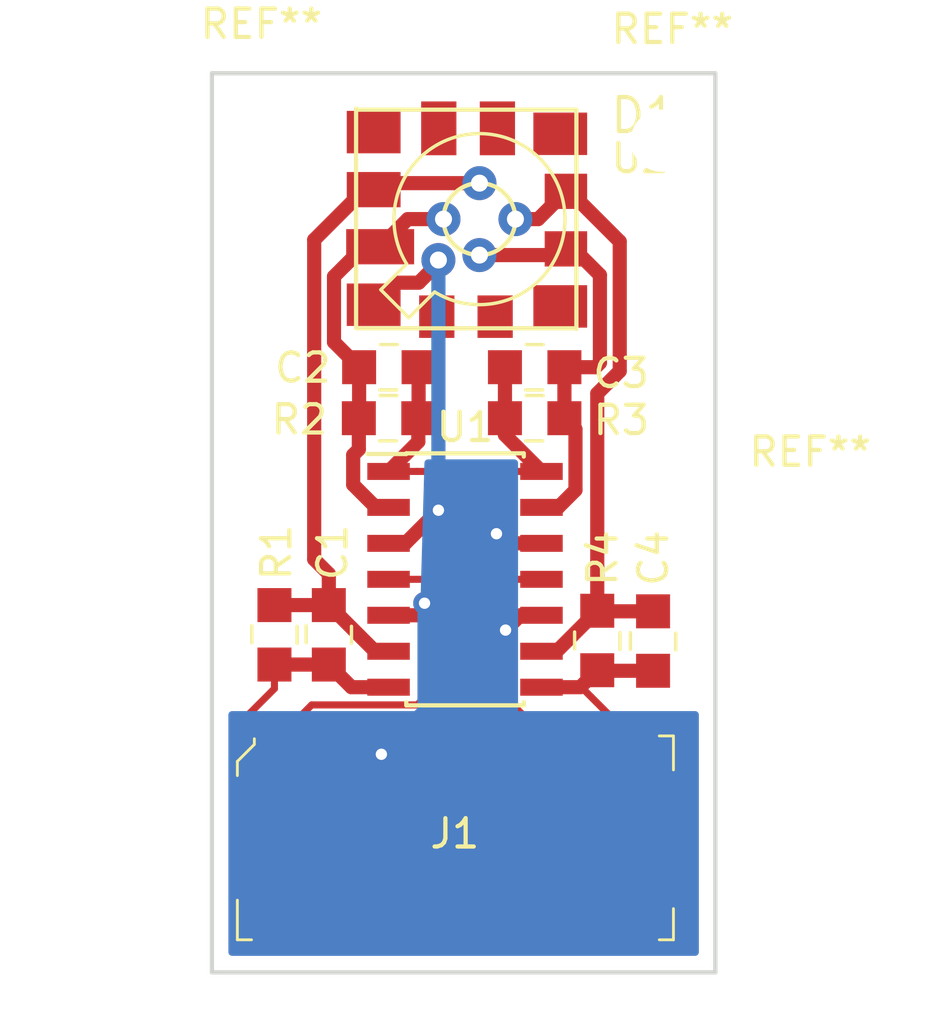
<source format=kicad_pcb>
(kicad_pcb (version 20171130) (host pcbnew 5.0.0-fee4fd1~65~ubuntu16.04.1)

  (general
    (thickness 1.6)
    (drawings 4)
    (tracks 137)
    (zones 0)
    (modules 15)
    (nets 12)
  )

  (page A4)
  (layers
    (0 F.Cu signal)
    (31 B.Cu signal)
    (32 B.Adhes user)
    (33 F.Adhes user)
    (34 B.Paste user)
    (35 F.Paste user)
    (36 B.SilkS user)
    (37 F.SilkS user)
    (38 B.Mask user)
    (39 F.Mask user hide)
    (40 Dwgs.User user)
    (41 Cmts.User user)
    (42 Eco1.User user)
    (43 Eco2.User user)
    (44 Edge.Cuts user)
    (45 Margin user)
    (46 B.CrtYd user)
    (47 F.CrtYd user)
    (48 B.Fab user)
    (49 F.Fab user)
  )

  (setup
    (last_trace_width 0.25)
    (trace_clearance 0.2)
    (zone_clearance 0.508)
    (zone_45_only no)
    (trace_min 0.2)
    (segment_width 0.2)
    (edge_width 0.15)
    (via_size 0.8)
    (via_drill 0.4)
    (via_min_size 0.4)
    (via_min_drill 0.3)
    (uvia_size 0.3)
    (uvia_drill 0.1)
    (uvias_allowed no)
    (uvia_min_size 0.2)
    (uvia_min_drill 0.1)
    (pcb_text_width 0.3)
    (pcb_text_size 1.5 1.5)
    (mod_edge_width 0.15)
    (mod_text_size 1 1)
    (mod_text_width 0.15)
    (pad_size 2.2 2.2)
    (pad_drill 2.2)
    (pad_to_mask_clearance 0.2)
    (aux_axis_origin 0 0)
    (visible_elements FFFFFF7F)
    (pcbplotparams
      (layerselection 0x010fc_ffffffff)
      (usegerberextensions false)
      (usegerberattributes false)
      (usegerberadvancedattributes false)
      (creategerberjobfile false)
      (excludeedgelayer true)
      (linewidth 0.100000)
      (plotframeref false)
      (viasonmask false)
      (mode 1)
      (useauxorigin false)
      (hpglpennumber 1)
      (hpglpenspeed 20)
      (hpglpendiameter 15.000000)
      (psnegative false)
      (psa4output false)
      (plotreference true)
      (plotvalue true)
      (plotinvisibletext false)
      (padsonsilk false)
      (subtractmaskfromsilk false)
      (outputformat 1)
      (mirror false)
      (drillshape 0)
      (scaleselection 1)
      (outputdirectory "beetrax-gerber/"))
  )

  (net 0 "")
  (net 1 GND)
  (net 2 VSS)
  (net 3 VCC)
  (net 4 "Net-(C1-Pad2)")
  (net 5 "Net-(C1-Pad1)")
  (net 6 "Net-(C2-Pad1)")
  (net 7 "Net-(C2-Pad2)")
  (net 8 "Net-(C3-Pad1)")
  (net 9 "Net-(C3-Pad2)")
  (net 10 "Net-(C4-Pad2)")
  (net 11 "Net-(C4-Pad1)")

  (net_class Default "This is the default net class."
    (clearance 0.2)
    (trace_width 0.25)
    (via_dia 0.8)
    (via_drill 0.4)
    (uvia_dia 0.3)
    (uvia_drill 0.1)
    (add_net GND)
    (add_net "Net-(C1-Pad1)")
    (add_net "Net-(C1-Pad2)")
    (add_net "Net-(C2-Pad1)")
    (add_net "Net-(C2-Pad2)")
    (add_net "Net-(C3-Pad1)")
    (add_net "Net-(C3-Pad2)")
    (add_net "Net-(C4-Pad1)")
    (add_net "Net-(C4-Pad2)")
    (add_net VCC)
    (add_net VSS)
  )

  (module Package_SO:SOIC-14_3.9x8.7mm_P1.27mm (layer F.Cu) (tedit 5A02F2D3) (tstamp 5B6566D9)
    (at 144.94 131.49)
    (descr "14-Lead Plastic Small Outline (SL) - Narrow, 3.90 mm Body [SOIC] (see Microchip Packaging Specification 00000049BS.pdf)")
    (tags "SOIC 1.27")
    (path /5B6077C0)
    (attr smd)
    (fp_text reference U1 (at 0 -5.375) (layer F.SilkS)
      (effects (font (size 1 1) (thickness 0.15)))
    )
    (fp_text value LT1885 (at 0 5.375) (layer F.Fab)
      (effects (font (size 1 1) (thickness 0.15)))
    )
    (fp_line (start -2.075 -4.425) (end -3.45 -4.425) (layer F.SilkS) (width 0.15))
    (fp_line (start -2.075 4.45) (end 2.075 4.45) (layer F.SilkS) (width 0.15))
    (fp_line (start -2.075 -4.45) (end 2.075 -4.45) (layer F.SilkS) (width 0.15))
    (fp_line (start -2.075 4.45) (end -2.075 4.335) (layer F.SilkS) (width 0.15))
    (fp_line (start 2.075 4.45) (end 2.075 4.335) (layer F.SilkS) (width 0.15))
    (fp_line (start 2.075 -4.45) (end 2.075 -4.335) (layer F.SilkS) (width 0.15))
    (fp_line (start -2.075 -4.45) (end -2.075 -4.425) (layer F.SilkS) (width 0.15))
    (fp_line (start -3.7 4.65) (end 3.7 4.65) (layer F.CrtYd) (width 0.05))
    (fp_line (start -3.7 -4.65) (end 3.7 -4.65) (layer F.CrtYd) (width 0.05))
    (fp_line (start 3.7 -4.65) (end 3.7 4.65) (layer F.CrtYd) (width 0.05))
    (fp_line (start -3.7 -4.65) (end -3.7 4.65) (layer F.CrtYd) (width 0.05))
    (fp_line (start -1.95 -3.35) (end -0.95 -4.35) (layer F.Fab) (width 0.15))
    (fp_line (start -1.95 4.35) (end -1.95 -3.35) (layer F.Fab) (width 0.15))
    (fp_line (start 1.95 4.35) (end -1.95 4.35) (layer F.Fab) (width 0.15))
    (fp_line (start 1.95 -4.35) (end 1.95 4.35) (layer F.Fab) (width 0.15))
    (fp_line (start -0.95 -4.35) (end 1.95 -4.35) (layer F.Fab) (width 0.15))
    (fp_text user %R (at 0 0) (layer F.Fab)
      (effects (font (size 0.9 0.9) (thickness 0.135)))
    )
    (pad 14 smd rect (at 2.7 -3.81) (size 1.5 0.6) (layers F.Cu F.Paste F.Mask)
      (net 8 "Net-(C3-Pad1)"))
    (pad 13 smd rect (at 2.7 -2.54) (size 1.5 0.6) (layers F.Cu F.Paste F.Mask)
      (net 9 "Net-(C3-Pad2)"))
    (pad 12 smd rect (at 2.7 -1.27) (size 1.5 0.6) (layers F.Cu F.Paste F.Mask)
      (net 1 GND))
    (pad 11 smd rect (at 2.7 0) (size 1.5 0.6) (layers F.Cu F.Paste F.Mask)
      (net 2 VSS))
    (pad 10 smd rect (at 2.7 1.27) (size 1.5 0.6) (layers F.Cu F.Paste F.Mask)
      (net 1 GND))
    (pad 9 smd rect (at 2.7 2.54) (size 1.5 0.6) (layers F.Cu F.Paste F.Mask)
      (net 10 "Net-(C4-Pad2)"))
    (pad 8 smd rect (at 2.7 3.81) (size 1.5 0.6) (layers F.Cu F.Paste F.Mask)
      (net 11 "Net-(C4-Pad1)"))
    (pad 7 smd rect (at -2.7 3.81) (size 1.5 0.6) (layers F.Cu F.Paste F.Mask)
      (net 4 "Net-(C1-Pad2)"))
    (pad 6 smd rect (at -2.7 2.54) (size 1.5 0.6) (layers F.Cu F.Paste F.Mask)
      (net 5 "Net-(C1-Pad1)"))
    (pad 5 smd rect (at -2.7 1.27) (size 1.5 0.6) (layers F.Cu F.Paste F.Mask)
      (net 1 GND))
    (pad 4 smd rect (at -2.7 0) (size 1.5 0.6) (layers F.Cu F.Paste F.Mask)
      (net 3 VCC))
    (pad 3 smd rect (at -2.7 -1.27) (size 1.5 0.6) (layers F.Cu F.Paste F.Mask)
      (net 1 GND))
    (pad 2 smd rect (at -2.7 -2.54) (size 1.5 0.6) (layers F.Cu F.Paste F.Mask)
      (net 6 "Net-(C2-Pad1)"))
    (pad 1 smd rect (at -2.7 -3.81) (size 1.5 0.6) (layers F.Cu F.Paste F.Mask)
      (net 7 "Net-(C2-Pad2)"))
    (model ${KISYS3DMOD}/Package_SO.3dshapes/SOIC-14_3.9x8.7mm_P1.27mm.wrl
      (at (xyz 0 0 0))
      (scale (xyz 1 1 1))
      (rotate (xyz 0 0 0))
    )
  )

  (module beetrax-footprints:OPR5911 (layer F.Cu) (tedit 5B62E19E) (tstamp 5B656730)
    (at 148.7932 117.1448 270)
    (path /5B607681)
    (fp_text reference D1 (at -2.0348 -2.4668) (layer F.SilkS)
      (effects (font (size 1.2 1.2) (thickness 0.15)))
    )
    (fp_text value OPR5911 (at 1.66 4.19 270) (layer F.Fab)
      (effects (font (size 1.2 1.2) (thickness 0.15)))
    )
    (fp_line (start -2.24 -0.08) (end 5.507 -0.08) (layer F.SilkS) (width 0.15))
    (fp_line (start -2.28 7.7) (end 5.467 7.7) (layer F.SilkS) (width 0.15))
    (fp_line (start -2.24 -0.06) (end -2.24 7.687) (layer F.SilkS) (width 0.15))
    (fp_line (start 5.48 -0.06) (end 5.48 7.687) (layer F.SilkS) (width 0.15))
    (pad 2 smd rect (at 4.648 7.08 270) (size 1.4986 1.9) (layers F.Cu F.Paste F.Mask)
      (net 1 GND))
    (pad 5 smd rect (at 4.708 0.49 270) (size 1.4986 1.9) (layers F.Cu F.Paste F.Mask))
    (pad 1 smd rect (at 2.6 6.85 270) (size 1.2446 2.4) (layers F.Cu F.Paste F.Mask)
      (net 6 "Net-(C2-Pad1)"))
    (pad 6 smd rect (at 2.676 0.29 270) (size 1.2446 1.5) (layers F.Cu F.Paste F.Mask)
      (net 9 "Net-(C3-Pad2)"))
    (pad 12 smd rect (at 0.584 7.08 270) (size 1.2446 1.9) (layers F.Cu F.Paste F.Mask)
      (net 5 "Net-(C1-Pad1)"))
    (pad 7 smd rect (at 0.644 0.29 270) (size 1.2446 1.5) (layers F.Cu F.Paste F.Mask)
      (net 10 "Net-(C4-Pad2)"))
    (pad 11 smd rect (at -1.448 7.08 270) (size 1.4986 1.9) (layers F.Cu F.Paste F.Mask))
    (pad 8 smd rect (at -1.388 0.49 270) (size 1.4986 1.9) (layers F.Cu F.Paste F.Mask))
    (pad 9 smd rect (at -1.58 2.71 270) (size 1.9 1.2446) (layers F.Cu F.Paste F.Mask))
    (pad 10 smd rect (at -1.58 4.78 270) (size 1.9 1.2446) (layers F.Cu F.Paste F.Mask))
    (pad 3 smd rect (at 5.07 4.85 270) (size 1.5 1.2446) (layers F.Cu F.Paste F.Mask))
    (pad 4 smd rect (at 5.07 2.79 270) (size 1.5 1.2446) (layers F.Cu F.Paste F.Mask))
  )

  (module beetrax-pcb2:QP1-6TOv2 (layer F.Cu) (tedit 5B62DF06) (tstamp 5B6565E7)
    (at 145.45 120.04 90)
    (descr "QP1-6 TO")
    (tags "QP1-6 TO")
    (path /5B62DB26)
    (fp_text reference U2 (at 3.42 5.67 180) (layer F.SilkS)
      (effects (font (size 1 1) (thickness 0.15)))
    )
    (fp_text value QP1-6TO (at 1.27 4.02 90) (layer F.Fab)
      (effects (font (size 1 1) (thickness 0.15)))
    )
    (fp_circle (center 1.27 0) (end 1.27 1.27) (layer F.SilkS) (width 0.15))
    (fp_arc (start 1.27 0) (end -0.312331 -2.572281) (angle 333.2) (layer F.SilkS) (width 0.12))
    (fp_arc (start 1.27 0) (end -0.329057 -2.419301) (angle 336.9) (layer F.Fab) (width 0.1))
    (fp_circle (center 1.27 0) (end 3.67 0) (layer F.Fab) (width 0.1))
    (fp_line (start 4.42 -3.5) (end -2.23 -3.5) (layer F.CrtYd) (width 0.05))
    (fp_line (start 4.42 3.15) (end 4.42 -3.5) (layer F.CrtYd) (width 0.05))
    (fp_line (start -2.23 3.15) (end 4.42 3.15) (layer F.CrtYd) (width 0.05))
    (fp_line (start -2.23 -3.5) (end -2.23 3.15) (layer F.CrtYd) (width 0.05))
    (fp_line (start -2.214448 -2.494499) (end -1.302281 -1.582331) (layer F.SilkS) (width 0.12))
    (fp_line (start -1.224499 -3.484448) (end -2.214448 -2.494499) (layer F.SilkS) (width 0.12))
    (fp_line (start -0.312331 -2.572281) (end -1.224499 -3.484448) (layer F.SilkS) (width 0.12))
    (fp_line (start -1.976616 -2.426372) (end -1.149301 -1.599057) (layer F.Fab) (width 0.1))
    (fp_line (start -1.156372 -3.246616) (end -1.976616 -2.426372) (layer F.Fab) (width 0.1))
    (fp_line (start -0.329057 -2.419301) (end -1.156372 -3.246616) (layer F.Fab) (width 0.1))
    (fp_text user %R (at 1.27 -4.02 90) (layer F.Fab)
      (effects (font (size 1 1) (thickness 0.15)))
    )
    (pad 5 thru_hole oval (at -0.175 -1.45 90) (size 1.2 1.2) (drill 0.6) (layers *.Cu *.Mask)
      (net 1 GND))
    (pad 1 thru_hole oval (at 1.27 -1.27 90) (size 1.2 1.2) (drill 0.6) (layers *.Cu *.Mask)
      (net 6 "Net-(C2-Pad1)"))
    (pad 4 thru_hole oval (at 0 0 90) (size 1.2 1.2) (drill 0.6) (layers *.Cu *.Mask)
      (net 9 "Net-(C3-Pad2)"))
    (pad 2 thru_hole oval (at 2.54 0 90) (size 1.2 1.2) (drill 0.6) (layers *.Cu *.Mask)
      (net 5 "Net-(C1-Pad1)"))
    (pad 3 thru_hole oval (at 1.27 1.27 90) (size 1.2 1.2) (drill 0.6) (layers *.Cu *.Mask)
      (net 10 "Net-(C4-Pad2)"))
    (model ${KISYS3DMOD}/TO_SOT_Packages_THT.3dshapes/TO-52-3.wrl
      (at (xyz 0 0 0))
      (scale (xyz 0.393701 0.393701 0.393701))
      (rotate (xyz 0 0 0))
    )
  )

  (module digikey-footprints:0805 (layer F.Cu) (tedit 5995D0E3) (tstamp 5B6567FE)
    (at 138.21 133.45 270)
    (path /5B607F6D)
    (fp_text reference R1 (at -2.91 -0.07 270) (layer F.SilkS)
      (effects (font (size 1 1) (thickness 0.15)))
    )
    (fp_text value R (at 0 1.95 270) (layer F.Fab)
      (effects (font (size 1 1) (thickness 0.15)))
    )
    (fp_line (start -0.95 -0.675) (end -0.95 0.675) (layer F.Fab) (width 0.12))
    (fp_line (start 0.95 -0.675) (end 0.95 0.675) (layer F.Fab) (width 0.12))
    (fp_line (start -0.95 -0.68) (end 0.95 -0.68) (layer F.Fab) (width 0.12))
    (fp_line (start -0.95 0.68) (end 0.95 0.68) (layer F.Fab) (width 0.12))
    (fp_line (start -0.3 -0.8) (end 0.3 -0.8) (layer F.SilkS) (width 0.12))
    (fp_line (start -0.32 0.8) (end 0.28 0.8) (layer F.SilkS) (width 0.12))
    (fp_line (start -1.9 0.93) (end -1.9 -0.93) (layer F.CrtYd) (width 0.05))
    (fp_line (start 1.9 0.93) (end 1.9 -0.93) (layer F.CrtYd) (width 0.05))
    (fp_line (start -1.9 -0.93) (end 1.9 -0.93) (layer F.CrtYd) (width 0.05))
    (fp_line (start -1.9 0.93) (end 1.9 0.93) (layer F.CrtYd) (width 0.05))
    (pad 1 smd rect (at -1.05 0 270) (size 1.2 1.2) (layers F.Cu F.Paste F.Mask)
      (net 5 "Net-(C1-Pad1)"))
    (pad 2 smd rect (at 1.05 0 270) (size 1.2 1.2) (layers F.Cu F.Paste F.Mask)
      (net 4 "Net-(C1-Pad2)"))
  )

  (module digikey-footprints:0805 (layer F.Cu) (tedit 5995D0E3) (tstamp 5B6564E6)
    (at 142.24 125.8)
    (path /5B607DF8)
    (fp_text reference R2 (at -3.15 0.05) (layer F.SilkS)
      (effects (font (size 1 1) (thickness 0.15)))
    )
    (fp_text value R (at 0 1.95) (layer F.Fab)
      (effects (font (size 1 1) (thickness 0.15)))
    )
    (fp_line (start -0.95 -0.675) (end -0.95 0.675) (layer F.Fab) (width 0.12))
    (fp_line (start 0.95 -0.675) (end 0.95 0.675) (layer F.Fab) (width 0.12))
    (fp_line (start -0.95 -0.68) (end 0.95 -0.68) (layer F.Fab) (width 0.12))
    (fp_line (start -0.95 0.68) (end 0.95 0.68) (layer F.Fab) (width 0.12))
    (fp_line (start -0.3 -0.8) (end 0.3 -0.8) (layer F.SilkS) (width 0.12))
    (fp_line (start -0.32 0.8) (end 0.28 0.8) (layer F.SilkS) (width 0.12))
    (fp_line (start -1.9 0.93) (end -1.9 -0.93) (layer F.CrtYd) (width 0.05))
    (fp_line (start 1.9 0.93) (end 1.9 -0.93) (layer F.CrtYd) (width 0.05))
    (fp_line (start -1.9 -0.93) (end 1.9 -0.93) (layer F.CrtYd) (width 0.05))
    (fp_line (start -1.9 0.93) (end 1.9 0.93) (layer F.CrtYd) (width 0.05))
    (pad 1 smd rect (at -1.05 0) (size 1.2 1.2) (layers F.Cu F.Paste F.Mask)
      (net 6 "Net-(C2-Pad1)"))
    (pad 2 smd rect (at 1.05 0) (size 1.2 1.2) (layers F.Cu F.Paste F.Mask)
      (net 7 "Net-(C2-Pad2)"))
  )

  (module digikey-footprints:0805 (layer F.Cu) (tedit 5995D0E3) (tstamp 5B656462)
    (at 147.4 125.8)
    (path /5B607FA4)
    (fp_text reference R3 (at 3.06 0.07) (layer F.SilkS)
      (effects (font (size 1 1) (thickness 0.15)))
    )
    (fp_text value R (at 0 1.95) (layer F.Fab)
      (effects (font (size 1 1) (thickness 0.15)))
    )
    (fp_line (start -0.95 -0.675) (end -0.95 0.675) (layer F.Fab) (width 0.12))
    (fp_line (start 0.95 -0.675) (end 0.95 0.675) (layer F.Fab) (width 0.12))
    (fp_line (start -0.95 -0.68) (end 0.95 -0.68) (layer F.Fab) (width 0.12))
    (fp_line (start -0.95 0.68) (end 0.95 0.68) (layer F.Fab) (width 0.12))
    (fp_line (start -0.3 -0.8) (end 0.3 -0.8) (layer F.SilkS) (width 0.12))
    (fp_line (start -0.32 0.8) (end 0.28 0.8) (layer F.SilkS) (width 0.12))
    (fp_line (start -1.9 0.93) (end -1.9 -0.93) (layer F.CrtYd) (width 0.05))
    (fp_line (start 1.9 0.93) (end 1.9 -0.93) (layer F.CrtYd) (width 0.05))
    (fp_line (start -1.9 -0.93) (end 1.9 -0.93) (layer F.CrtYd) (width 0.05))
    (fp_line (start -1.9 0.93) (end 1.9 0.93) (layer F.CrtYd) (width 0.05))
    (pad 1 smd rect (at -1.05 0) (size 1.2 1.2) (layers F.Cu F.Paste F.Mask)
      (net 8 "Net-(C3-Pad1)"))
    (pad 2 smd rect (at 1.05 0) (size 1.2 1.2) (layers F.Cu F.Paste F.Mask)
      (net 9 "Net-(C3-Pad2)"))
  )

  (module digikey-footprints:0805 (layer F.Cu) (tedit 5995D0E3) (tstamp 5B65682B)
    (at 149.61 133.65 90)
    (path /5B607FD5)
    (fp_text reference R4 (at 2.91 0.19 90) (layer F.SilkS)
      (effects (font (size 1 1) (thickness 0.15)))
    )
    (fp_text value R (at 0 1.95 90) (layer F.Fab)
      (effects (font (size 1 1) (thickness 0.15)))
    )
    (fp_line (start -0.95 -0.675) (end -0.95 0.675) (layer F.Fab) (width 0.12))
    (fp_line (start 0.95 -0.675) (end 0.95 0.675) (layer F.Fab) (width 0.12))
    (fp_line (start -0.95 -0.68) (end 0.95 -0.68) (layer F.Fab) (width 0.12))
    (fp_line (start -0.95 0.68) (end 0.95 0.68) (layer F.Fab) (width 0.12))
    (fp_line (start -0.3 -0.8) (end 0.3 -0.8) (layer F.SilkS) (width 0.12))
    (fp_line (start -0.32 0.8) (end 0.28 0.8) (layer F.SilkS) (width 0.12))
    (fp_line (start -1.9 0.93) (end -1.9 -0.93) (layer F.CrtYd) (width 0.05))
    (fp_line (start 1.9 0.93) (end 1.9 -0.93) (layer F.CrtYd) (width 0.05))
    (fp_line (start -1.9 -0.93) (end 1.9 -0.93) (layer F.CrtYd) (width 0.05))
    (fp_line (start -1.9 0.93) (end 1.9 0.93) (layer F.CrtYd) (width 0.05))
    (pad 1 smd rect (at -1.05 0 90) (size 1.2 1.2) (layers F.Cu F.Paste F.Mask)
      (net 11 "Net-(C4-Pad1)"))
    (pad 2 smd rect (at 1.05 0 90) (size 1.2 1.2) (layers F.Cu F.Paste F.Mask)
      (net 10 "Net-(C4-Pad2)"))
  )

  (module digikey-footprints:PinHeader_2x6_P2.54mm_Vertical_SMD (layer F.Cu) (tedit 59CD6514) (tstamp 5B656553)
    (at 144.6 140.62)
    (descr http://www.molex.com/pdm_docs/sd/015912120_sd.pdf)
    (path /5B61F491)
    (fp_text reference J1 (at -0.02 -0.15) (layer F.SilkS)
      (effects (font (size 1 1) (thickness 0.15)))
    )
    (fp_text value 0015912120 (at 0 5.75) (layer F.Fab)
      (effects (font (size 1 1) (thickness 0.15)))
    )
    (fp_line (start -7.62 3.5) (end 7.62 3.5) (layer F.Fab) (width 0.1))
    (fp_line (start 7.62 -3.5) (end 7.62 3.5) (layer F.Fab) (width 0.1))
    (fp_line (start -6.7 -3.5) (end -7.6 -2.6) (layer F.Fab) (width 0.1))
    (fp_line (start 7.6 -3.5) (end -6.7 -3.5) (layer F.Fab) (width 0.1))
    (fp_line (start -7.625 3.5) (end -7.6 -2.6) (layer F.Fab) (width 0.1))
    (fp_text user %R (at 0 -0.2) (layer F.Fab)
      (effects (font (size 1 1) (thickness 0.15)))
    )
    (fp_line (start -7.1 -3.3) (end -7.1 -3.5) (layer F.SilkS) (width 0.1))
    (fp_line (start -7.7 -2.7) (end -7.1 -3.3) (layer F.SilkS) (width 0.1))
    (fp_line (start -7.7 -2.2) (end -7.7 -2.7) (layer F.SilkS) (width 0.1))
    (fp_line (start 7.7 -3.6) (end 7.7 -2.4) (layer F.SilkS) (width 0.1))
    (fp_line (start 7.2 -3.6) (end 7.7 -3.6) (layer F.SilkS) (width 0.1))
    (fp_line (start 7.7 3.6) (end 7.7 2.5) (layer F.SilkS) (width 0.1))
    (fp_line (start 7.2 3.6) (end 7.7 3.6) (layer F.SilkS) (width 0.1))
    (fp_line (start -7.7 3.6) (end -7.7 2.2) (layer F.SilkS) (width 0.1))
    (fp_line (start -7.2 3.6) (end -7.7 3.6) (layer F.SilkS) (width 0.1))
    (fp_line (start -7.85 4.325) (end 7.85 4.325) (layer F.CrtYd) (width 0.05))
    (fp_line (start 7.875 -4.275) (end 7.875 4.325) (layer F.CrtYd) (width 0.05))
    (fp_line (start -7.85 4.325) (end -7.85 -4.325) (layer F.CrtYd) (width 0.05))
    (fp_line (start -7.85 -4.325) (end 7.875 -4.325) (layer F.CrtYd) (width 0.05))
    (pad 12 smd rect (at 6.35 2.22) (size 1.28 3.68) (layers F.Cu F.Paste F.Mask)
      (net 1 GND))
    (pad 11 smd rect (at 3.81 2.22) (size 1.28 3.68) (layers F.Cu F.Paste F.Mask)
      (net 1 GND))
    (pad 10 smd rect (at 1.27 2.22) (size 1.28 3.68) (layers F.Cu F.Paste F.Mask)
      (net 1 GND))
    (pad 9 smd rect (at -1.27 2.22) (size 1.28 3.68) (layers F.Cu F.Paste F.Mask)
      (net 1 GND))
    (pad 8 smd rect (at -3.81 2.22) (size 1.28 3.68) (layers F.Cu F.Paste F.Mask)
      (net 1 GND))
    (pad 7 smd rect (at -6.35 2.22) (size 1.28 3.68) (layers F.Cu F.Paste F.Mask)
      (net 4 "Net-(C1-Pad2)"))
    (pad 6 smd rect (at 6.35 -2.22) (size 1.28 3.68) (layers F.Cu F.Paste F.Mask)
      (net 11 "Net-(C4-Pad1)"))
    (pad 5 smd rect (at 3.81 -2.22) (size 1.28 3.68) (layers F.Cu F.Paste F.Mask)
      (net 2 VSS))
    (pad 4 smd rect (at 1.27 -2.22) (size 1.28 3.68) (layers F.Cu F.Paste F.Mask)
      (net 8 "Net-(C3-Pad1)"))
    (pad 3 smd rect (at -1.27 -2.22) (size 1.28 3.68) (layers F.Cu F.Paste F.Mask)
      (net 7 "Net-(C2-Pad2)"))
    (pad 2 smd rect (at -3.81 -2.22) (size 1.28 3.68) (layers F.Cu F.Paste F.Mask)
      (net 1 GND))
    (pad 1 smd rect (at -6.35 -2.22) (size 1.28 3.68) (layers F.Cu F.Paste F.Mask)
      (net 3 VCC))
  )

  (module digikey-footprints:0805 (layer F.Cu) (tedit 5995D0E3) (tstamp 5B6565A6)
    (at 140.13 133.45 270)
    (path /5B6319C2)
    (fp_text reference C1 (at -2.91 -0.13 270) (layer F.SilkS)
      (effects (font (size 1 1) (thickness 0.15)))
    )
    (fp_text value C (at 0 1.95 270) (layer F.Fab)
      (effects (font (size 1 1) (thickness 0.15)))
    )
    (fp_line (start -0.95 -0.675) (end -0.95 0.675) (layer F.Fab) (width 0.12))
    (fp_line (start 0.95 -0.675) (end 0.95 0.675) (layer F.Fab) (width 0.12))
    (fp_line (start -0.95 -0.68) (end 0.95 -0.68) (layer F.Fab) (width 0.12))
    (fp_line (start -0.95 0.68) (end 0.95 0.68) (layer F.Fab) (width 0.12))
    (fp_line (start -0.3 -0.8) (end 0.3 -0.8) (layer F.SilkS) (width 0.12))
    (fp_line (start -0.32 0.8) (end 0.28 0.8) (layer F.SilkS) (width 0.12))
    (fp_line (start -1.9 0.93) (end -1.9 -0.93) (layer F.CrtYd) (width 0.05))
    (fp_line (start 1.9 0.93) (end 1.9 -0.93) (layer F.CrtYd) (width 0.05))
    (fp_line (start -1.9 -0.93) (end 1.9 -0.93) (layer F.CrtYd) (width 0.05))
    (fp_line (start -1.9 0.93) (end 1.9 0.93) (layer F.CrtYd) (width 0.05))
    (pad 1 smd rect (at -1.05 0 270) (size 1.2 1.2) (layers F.Cu F.Paste F.Mask)
      (net 5 "Net-(C1-Pad1)"))
    (pad 2 smd rect (at 1.05 0 270) (size 1.2 1.2) (layers F.Cu F.Paste F.Mask)
      (net 4 "Net-(C1-Pad2)"))
  )

  (module digikey-footprints:0805 (layer F.Cu) (tedit 5995D0E3) (tstamp 5B656513)
    (at 142.25 124)
    (path /5B631A7F)
    (fp_text reference C2 (at -3.04 0.02) (layer F.SilkS)
      (effects (font (size 1 1) (thickness 0.15)))
    )
    (fp_text value C (at 0 1.95) (layer F.Fab)
      (effects (font (size 1 1) (thickness 0.15)))
    )
    (fp_line (start -0.95 -0.675) (end -0.95 0.675) (layer F.Fab) (width 0.12))
    (fp_line (start 0.95 -0.675) (end 0.95 0.675) (layer F.Fab) (width 0.12))
    (fp_line (start -0.95 -0.68) (end 0.95 -0.68) (layer F.Fab) (width 0.12))
    (fp_line (start -0.95 0.68) (end 0.95 0.68) (layer F.Fab) (width 0.12))
    (fp_line (start -0.3 -0.8) (end 0.3 -0.8) (layer F.SilkS) (width 0.12))
    (fp_line (start -0.32 0.8) (end 0.28 0.8) (layer F.SilkS) (width 0.12))
    (fp_line (start -1.9 0.93) (end -1.9 -0.93) (layer F.CrtYd) (width 0.05))
    (fp_line (start 1.9 0.93) (end 1.9 -0.93) (layer F.CrtYd) (width 0.05))
    (fp_line (start -1.9 -0.93) (end 1.9 -0.93) (layer F.CrtYd) (width 0.05))
    (fp_line (start -1.9 0.93) (end 1.9 0.93) (layer F.CrtYd) (width 0.05))
    (pad 1 smd rect (at -1.05 0) (size 1.2 1.2) (layers F.Cu F.Paste F.Mask)
      (net 6 "Net-(C2-Pad1)"))
    (pad 2 smd rect (at 1.05 0) (size 1.2 1.2) (layers F.Cu F.Paste F.Mask)
      (net 7 "Net-(C2-Pad2)"))
  )

  (module digikey-footprints:0805 (layer F.Cu) (tedit 5995D0E3) (tstamp 5B65688B)
    (at 147.4 124)
    (path /5B631C37)
    (fp_text reference C3 (at 3.05 0.21) (layer F.SilkS)
      (effects (font (size 1 1) (thickness 0.15)))
    )
    (fp_text value C (at 0 1.95) (layer F.Fab)
      (effects (font (size 1 1) (thickness 0.15)))
    )
    (fp_line (start -0.95 -0.675) (end -0.95 0.675) (layer F.Fab) (width 0.12))
    (fp_line (start 0.95 -0.675) (end 0.95 0.675) (layer F.Fab) (width 0.12))
    (fp_line (start -0.95 -0.68) (end 0.95 -0.68) (layer F.Fab) (width 0.12))
    (fp_line (start -0.95 0.68) (end 0.95 0.68) (layer F.Fab) (width 0.12))
    (fp_line (start -0.3 -0.8) (end 0.3 -0.8) (layer F.SilkS) (width 0.12))
    (fp_line (start -0.32 0.8) (end 0.28 0.8) (layer F.SilkS) (width 0.12))
    (fp_line (start -1.9 0.93) (end -1.9 -0.93) (layer F.CrtYd) (width 0.05))
    (fp_line (start 1.9 0.93) (end 1.9 -0.93) (layer F.CrtYd) (width 0.05))
    (fp_line (start -1.9 -0.93) (end 1.9 -0.93) (layer F.CrtYd) (width 0.05))
    (fp_line (start -1.9 0.93) (end 1.9 0.93) (layer F.CrtYd) (width 0.05))
    (pad 1 smd rect (at -1.05 0) (size 1.2 1.2) (layers F.Cu F.Paste F.Mask)
      (net 8 "Net-(C3-Pad1)"))
    (pad 2 smd rect (at 1.05 0) (size 1.2 1.2) (layers F.Cu F.Paste F.Mask)
      (net 9 "Net-(C3-Pad2)"))
  )

  (module digikey-footprints:0805 (layer F.Cu) (tedit 5995D0E3) (tstamp 5B6564A4)
    (at 151.58 133.67 90)
    (path /5B631BCC)
    (fp_text reference C4 (at 2.93 0.01 90) (layer F.SilkS)
      (effects (font (size 1 1) (thickness 0.15)))
    )
    (fp_text value C (at 0 1.95 90) (layer F.Fab)
      (effects (font (size 1 1) (thickness 0.15)))
    )
    (fp_line (start -0.95 -0.675) (end -0.95 0.675) (layer F.Fab) (width 0.12))
    (fp_line (start 0.95 -0.675) (end 0.95 0.675) (layer F.Fab) (width 0.12))
    (fp_line (start -0.95 -0.68) (end 0.95 -0.68) (layer F.Fab) (width 0.12))
    (fp_line (start -0.95 0.68) (end 0.95 0.68) (layer F.Fab) (width 0.12))
    (fp_line (start -0.3 -0.8) (end 0.3 -0.8) (layer F.SilkS) (width 0.12))
    (fp_line (start -0.32 0.8) (end 0.28 0.8) (layer F.SilkS) (width 0.12))
    (fp_line (start -1.9 0.93) (end -1.9 -0.93) (layer F.CrtYd) (width 0.05))
    (fp_line (start 1.9 0.93) (end 1.9 -0.93) (layer F.CrtYd) (width 0.05))
    (fp_line (start -1.9 -0.93) (end 1.9 -0.93) (layer F.CrtYd) (width 0.05))
    (fp_line (start -1.9 0.93) (end 1.9 0.93) (layer F.CrtYd) (width 0.05))
    (pad 1 smd rect (at -1.05 0 90) (size 1.2 1.2) (layers F.Cu F.Paste F.Mask)
      (net 11 "Net-(C4-Pad1)"))
    (pad 2 smd rect (at 1.05 0 90) (size 1.2 1.2) (layers F.Cu F.Paste F.Mask)
      (net 10 "Net-(C4-Pad2)"))
  )

  (module MountingHole:MountingHole_2.2mm_M2 (layer F.Cu) (tedit 56D1B4CB) (tstamp 5B6567AB)
    (at 138 116)
    (descr "Mounting Hole 2.2mm, no annular, M2")
    (tags "mounting hole 2.2mm no annular m2")
    (attr virtual)
    (fp_text reference REF** (at -0.25 -4.12) (layer F.SilkS)
      (effects (font (size 1 1) (thickness 0.15)))
    )
    (fp_text value MountingHole_2.2mm_M2 (at 0 3.2) (layer F.Fab)
      (effects (font (size 1 1) (thickness 0.15)))
    )
    (fp_circle (center 0 0) (end 2.45 0) (layer F.CrtYd) (width 0.05))
    (fp_circle (center 0 0) (end 2.2 0) (layer Cmts.User) (width 0.15))
    (fp_text user %R (at 0.3 0) (layer F.Fab)
      (effects (font (size 1 1) (thickness 0.15)))
    )
    (pad 1 np_thru_hole circle (at 0 0) (size 2.2 2.2) (drill 2.2) (layers *.Cu *.Mask))
  )

  (module MountingHole:MountingHole_2.2mm_M2 (layer F.Cu) (tedit 56D1B4CB) (tstamp 5B65678A)
    (at 151.89 116)
    (descr "Mounting Hole 2.2mm, no annular, M2")
    (tags "mounting hole 2.2mm no annular m2")
    (attr virtual)
    (fp_text reference REF** (at 0.37 -3.94) (layer F.SilkS)
      (effects (font (size 1 1) (thickness 0.15)))
    )
    (fp_text value MountingHole_2.2mm_M2 (at 0 3.2) (layer F.Fab)
      (effects (font (size 1 1) (thickness 0.15)))
    )
    (fp_circle (center 0 0) (end 2.45 0) (layer F.CrtYd) (width 0.05))
    (fp_circle (center 0 0) (end 2.2 0) (layer Cmts.User) (width 0.15))
    (fp_text user %R (at 0.3 0) (layer F.Fab)
      (effects (font (size 1 1) (thickness 0.15)))
    )
    (pad 1 np_thru_hole circle (at 0 0) (size 2.2 2.2) (drill 2.2) (layers *.Cu *.Mask))
  )

  (module MountingHole:MountingHole_2.2mm_M2 (layer F.Cu) (tedit 56D1B4CB) (tstamp 5B65675D)
    (at 151.77 127.26)
    (descr "Mounting Hole 2.2mm, no annular, M2")
    (tags "mounting hole 2.2mm no annular m2")
    (attr virtual)
    (fp_text reference REF** (at 5.36 -0.27) (layer F.SilkS)
      (effects (font (size 1 1) (thickness 0.15)))
    )
    (fp_text value MountingHole_2.2mm_M2 (at 0 3.2) (layer F.Fab)
      (effects (font (size 1 1) (thickness 0.15)))
    )
    (fp_circle (center 0 0) (end 2.45 0) (layer F.CrtYd) (width 0.05))
    (fp_circle (center 0 0) (end 2.2 0) (layer Cmts.User) (width 0.15))
    (fp_text user %R (at 0.3 0) (layer F.Fab)
      (effects (font (size 1 1) (thickness 0.15)))
    )
    (pad 1 np_thru_hole circle (at 0 0) (size 2.2 2.2) (drill 2.2) (layers *.Cu *.Mask))
  )

  (gr_line (start 136 113.62) (end 136 145.37) (layer Edge.Cuts) (width 0.15) (tstamp 5B6566B5))
  (gr_line (start 153.78 145.37) (end 136 145.37) (layer Edge.Cuts) (width 0.15) (tstamp 5B6566B2))
  (gr_line (start 153.78 113.62) (end 153.78 145.37) (layer Edge.Cuts) (width 0.15) (tstamp 5B6566AF))
  (gr_line (start 136 113.62) (end 153.78 113.62) (layer Edge.Cuts) (width 0.15) (tstamp 5B6566AC))

  (segment (start 143.305503 121.014799) (end 142.491201 121.014799) (width 0.5) (layer F.Cu) (net 1) (tstamp 5B656634))
  (segment (start 144 120.320302) (end 143.305503 121.014799) (width 0.5) (layer F.Cu) (net 1) (tstamp 5B656451))
  (segment (start 142.491201 121.014799) (end 141.7132 121.7928) (width 0.5) (layer F.Cu) (net 1) (tstamp 5B65644E))
  (segment (start 144 120.215) (end 144 120.320302) (width 0.5) (layer F.Cu) (net 1) (tstamp 5B65644B))
  (segment (start 144 129.05) (end 144 129.05) (width 0.5) (layer B.Cu) (net 1) (tstamp 5B62EF76))
  (via (at 144 129.05) (size 0.8) (drill 0.4) (layers F.Cu B.Cu) (net 1))
  (segment (start 142.83 130.22) (end 144 129.05) (width 0.5) (layer F.Cu) (net 1))
  (segment (start 142.24 130.22) (end 142.83 130.22) (width 0.5) (layer F.Cu) (net 1))
  (segment (start 146.39 130.22) (end 146.05 129.88) (width 0.5) (layer F.Cu) (net 1))
  (segment (start 147.64 130.22) (end 146.39 130.22) (width 0.5) (layer F.Cu) (net 1))
  (segment (start 146.894 132.76) (end 146.37101 133.28299) (width 0.5) (layer F.Cu) (net 1))
  (segment (start 147.64 132.76) (end 146.894 132.76) (width 0.5) (layer F.Cu) (net 1))
  (segment (start 143.49 132.76) (end 143.662 132.588) (width 0.5) (layer F.Cu) (net 1))
  (segment (start 142.24 132.76) (end 143.49 132.76) (width 0.5) (layer F.Cu) (net 1))
  (segment (start 144 120.215) (end 144 128.27) (width 0.5) (layer B.Cu) (net 1))
  (segment (start 144 128.524) (end 144.526 128.524) (width 0.5) (layer B.Cu) (net 1))
  (segment (start 144 128.27) (end 144 128.524) (width 0.5) (layer B.Cu) (net 1))
  (segment (start 144 128.524) (end 144 129.05) (width 0.5) (layer B.Cu) (net 1))
  (segment (start 144.526 128.524) (end 146.05 130.048) (width 0.5) (layer B.Cu) (net 1))
  (segment (start 144 130.81) (end 144 131.046) (width 0.5) (layer B.Cu) (net 1))
  (segment (start 144 128.27) (end 144 130.81) (width 0.5) (layer B.Cu) (net 1))
  (segment (start 144 130.81) (end 144 132.098) (width 0.5) (layer B.Cu) (net 1))
  (segment (start 144 130.81) (end 144.018 130.81) (width 0.5) (layer B.Cu) (net 1))
  (segment (start 144.018 130.81) (end 146.304 133.096) (width 0.5) (layer B.Cu) (net 1))
  (segment (start 144 132.098) (end 143.51 132.588) (width 0.5) (layer B.Cu) (net 1))
  (segment (start 143.51 132.588) (end 143.51 136.144) (width 0.5) (layer B.Cu) (net 1))
  (segment (start 143.51 136.144) (end 141.986 137.668) (width 0.5) (layer B.Cu) (net 1))
  (segment (start 146.05 129.88) (end 146.05 129.88) (width 0.5) (layer F.Cu) (net 1) (tstamp 5B62F2F9))
  (via (at 146.05 129.88) (size 0.8) (drill 0.4) (layers F.Cu B.Cu) (net 1))
  (segment (start 146.37101 133.28299) (end 146.37101 133.28299) (width 0.5) (layer F.Cu) (net 1) (tstamp 5B62F2FB))
  (segment (start 143.662 132.588) (end 143.662 132.588) (width 0.5) (layer F.Cu) (net 1) (tstamp 5B62F2FD))
  (via (at 143.51 132.334) (size 0.8) (drill 0.4) (layers F.Cu B.Cu) (net 1))
  (segment (start 140.79 138.4) (end 140.79 138.356) (width 0.5) (layer F.Cu) (net 1))
  (segment (start 140.79 138.356) (end 141.478 137.668) (width 0.5) (layer F.Cu) (net 1))
  (segment (start 141.478 137.668) (end 141.986 137.668) (width 0.5) (layer F.Cu) (net 1))
  (segment (start 141.986 137.668) (end 141.986 137.668) (width 0.5) (layer B.Cu) (net 1) (tstamp 5B62F2FF))
  (via (at 141.986 137.668) (size 0.8) (drill 0.4) (layers F.Cu B.Cu) (net 1))
  (segment (start 140.79 138.4) (end 140.79 142.84) (width 0.5) (layer F.Cu) (net 1))
  (segment (start 143.33 142.84) (end 150.95 142.84) (width 0.5) (layer F.Cu) (net 1))
  (segment (start 143.33 142.84) (end 140.79 142.84) (width 0.5) (layer F.Cu) (net 1))
  (segment (start 146.37101 133.28299) (end 146.37101 133.28299) (width 0.5) (layer F.Cu) (net 1) (tstamp 5B62F328))
  (via (at 146.37101 133.28299) (size 0.8) (drill 0.4) (layers F.Cu B.Cu) (net 1))
  (segment (start 148.41 137.2) (end 148.41 138.4) (width 0.25) (layer F.Cu) (net 2))
  (segment (start 147.52 136.31) (end 148.41 137.2) (width 0.25) (layer F.Cu) (net 2))
  (segment (start 147.014998 136.31) (end 147.52 136.31) (width 0.25) (layer F.Cu) (net 2))
  (segment (start 145.646009 132.483991) (end 145.646009 134.941011) (width 0.25) (layer F.Cu) (net 2))
  (segment (start 146.64 131.49) (end 145.646009 132.483991) (width 0.25) (layer F.Cu) (net 2))
  (segment (start 145.646009 134.941011) (end 147.014998 136.31) (width 0.25) (layer F.Cu) (net 2))
  (segment (start 147.64 131.49) (end 146.64 131.49) (width 0.25) (layer F.Cu) (net 2))
  (segment (start 143.936 131.49) (end 142.24 131.49) (width 0.25) (layer F.Cu) (net 3))
  (segment (start 144.272 131.826) (end 143.936 131.49) (width 0.25) (layer F.Cu) (net 3))
  (segment (start 138.25 138.4) (end 138.25 137.2) (width 0.25) (layer F.Cu) (net 3))
  (segment (start 138.25 137.2) (end 139.524999 135.925001) (width 0.25) (layer F.Cu) (net 3))
  (segment (start 139.524999 135.925001) (end 143.250001 135.925001) (width 0.25) (layer F.Cu) (net 3))
  (segment (start 144.272 134.903002) (end 144.272 131.826) (width 0.25) (layer F.Cu) (net 3))
  (segment (start 143.250001 135.925001) (end 144.272 134.903002) (width 0.25) (layer F.Cu) (net 3))
  (segment (start 138.21 134.5) (end 140.13 134.5) (width 0.5) (layer F.Cu) (net 4))
  (segment (start 140.93 135.3) (end 142.24 135.3) (width 0.5) (layer F.Cu) (net 4))
  (segment (start 140.13 134.5) (end 140.93 135.3) (width 0.5) (layer F.Cu) (net 4))
  (segment (start 138.21 135.35) (end 138.21 134.5) (width 0.25) (layer F.Cu) (net 4))
  (segment (start 137.284999 136.275001) (end 138.21 135.35) (width 0.25) (layer F.Cu) (net 4))
  (segment (start 137.284999 140.674999) (end 137.284999 136.275001) (width 0.25) (layer F.Cu) (net 4))
  (segment (start 138.25 141.64) (end 137.284999 140.674999) (width 0.25) (layer F.Cu) (net 4))
  (segment (start 138.25 142.84) (end 138.25 141.64) (width 0.25) (layer F.Cu) (net 4))
  (segment (start 141.942 117.5) (end 141.7132 117.7288) (width 0.5) (layer F.Cu) (net 5) (tstamp 5B6567C6))
  (segment (start 145.45 117.5) (end 141.942 117.5) (width 0.5) (layer F.Cu) (net 5) (tstamp 5B6566A9))
  (segment (start 140.13 131.3) (end 140.13 132.4) (width 0.5) (layer F.Cu) (net 5))
  (segment (start 139.613189 130.783189) (end 140.13 131.3) (width 0.5) (layer F.Cu) (net 5))
  (segment (start 139.613189 119.501111) (end 139.613189 130.783189) (width 0.5) (layer F.Cu) (net 5))
  (segment (start 141.3855 117.7288) (end 139.613189 119.501111) (width 0.5) (layer F.Cu) (net 5))
  (segment (start 141.7132 117.7288) (end 141.3855 117.7288) (width 0.5) (layer F.Cu) (net 5))
  (segment (start 138.21 132.4) (end 140.13 132.4) (width 0.5) (layer F.Cu) (net 5))
  (segment (start 141.76 134.03) (end 142.24 134.03) (width 0.5) (layer F.Cu) (net 5))
  (segment (start 140.13 132.4) (end 141.76 134.03) (width 0.5) (layer F.Cu) (net 5))
  (segment (start 141.54 125.73) (end 141.54 125.63) (width 0.25) (layer F.Cu) (net 6) (tstamp 5B6566A6))
  (segment (start 140.313199 123.113199) (end 141.2 124) (width 0.5) (layer F.Cu) (net 6) (tstamp 5B6566A3))
  (segment (start 140.313199 120.797101) (end 140.313199 123.113199) (width 0.5) (layer F.Cu) (net 6) (tstamp 5B6566A0))
  (segment (start 141.3655 119.7448) (end 140.313199 120.797101) (width 0.5) (layer F.Cu) (net 6) (tstamp 5B65669D))
  (segment (start 141.9432 119.7448) (end 141.3655 119.7448) (width 0.5) (layer F.Cu) (net 6) (tstamp 5B6567ED))
  (segment (start 141.2 125.79) (end 141.19 125.8) (width 0.5) (layer F.Cu) (net 6) (tstamp 5B6567EA))
  (segment (start 141.2 124) (end 141.2 125.79) (width 0.5) (layer F.Cu) (net 6) (tstamp 5B65669A))
  (segment (start 142.918 118.77) (end 141.9432 119.7448) (width 0.5) (layer F.Cu) (net 6) (tstamp 5B6567E4))
  (segment (start 144.18 118.77) (end 142.918 118.77) (width 0.5) (layer F.Cu) (net 6) (tstamp 5B6567E1))
  (segment (start 140.99 128.15) (end 141.79 128.95) (width 0.5) (layer F.Cu) (net 6))
  (segment (start 140.99 127.1) (end 140.99 128.15) (width 0.5) (layer F.Cu) (net 6))
  (segment (start 141.79 128.95) (end 142.24 128.95) (width 0.5) (layer F.Cu) (net 6))
  (segment (start 141.19 126.9) (end 140.99 127.1) (width 0.5) (layer F.Cu) (net 6))
  (segment (start 141.19 125.8) (end 141.19 126.9) (width 0.5) (layer F.Cu) (net 6))
  (segment (start 143.3 124) (end 143.3 126.195) (width 0.5) (layer F.Cu) (net 7) (tstamp 5B65661F))
  (segment (start 143.29 126.63) (end 142.24 127.68) (width 0.5) (layer F.Cu) (net 7))
  (segment (start 143.29 125.8) (end 143.29 126.63) (width 0.5) (layer F.Cu) (net 7))
  (segment (start 143.703002 127.68) (end 143.24 127.68) (width 0.25) (layer F.Cu) (net 7))
  (segment (start 144.725001 128.701999) (end 143.703002 127.68) (width 0.25) (layer F.Cu) (net 7))
  (segment (start 144.725001 135.086411) (end 144.725001 128.701999) (width 0.25) (layer F.Cu) (net 7))
  (segment (start 143.24 127.68) (end 142.24 127.68) (width 0.25) (layer F.Cu) (net 7))
  (segment (start 143.33 136.481412) (end 144.725001 135.086411) (width 0.25) (layer F.Cu) (net 7))
  (segment (start 143.33 138.4) (end 143.33 136.481412) (width 0.25) (layer F.Cu) (net 7))
  (segment (start 146.35 124) (end 146.35 126.285) (width 0.5) (layer F.Cu) (net 8) (tstamp 5B65643C))
  (segment (start 146.35 126.39) (end 147.64 127.68) (width 0.5) (layer F.Cu) (net 8))
  (segment (start 146.35 125.8) (end 146.35 126.39) (width 0.5) (layer F.Cu) (net 8))
  (segment (start 145.87 136.31) (end 145.87 138.4) (width 0.25) (layer F.Cu) (net 8))
  (segment (start 145.17501 135.61501) (end 145.87 136.31) (width 0.25) (layer F.Cu) (net 8))
  (segment (start 146.64 127.68) (end 145.17501 129.14499) (width 0.25) (layer F.Cu) (net 8))
  (segment (start 145.17501 129.14499) (end 145.17501 135.61501) (width 0.25) (layer F.Cu) (net 8))
  (segment (start 147.64 127.68) (end 146.64 127.68) (width 0.25) (layer F.Cu) (net 8))
  (segment (start 147.9 119.516) (end 148.9 119.516) (width 0.25) (layer F.Cu) (net 9) (tstamp 5B656625))
  (segment (start 149.703201 123.846799) (end 149.55 124) (width 0.5) (layer F.Cu) (net 9) (tstamp 5B656622))
  (segment (start 149.55 124) (end 148.45 124) (width 0.5) (layer F.Cu) (net 9) (tstamp 5B656856))
  (segment (start 149.703201 120.743499) (end 149.703201 123.846799) (width 0.5) (layer F.Cu) (net 9) (tstamp 5B656853))
  (segment (start 148.780502 119.8208) (end 149.703201 120.743499) (width 0.5) (layer F.Cu) (net 9) (tstamp 5B656850))
  (segment (start 148.5032 119.8208) (end 148.780502 119.8208) (width 0.5) (layer F.Cu) (net 9) (tstamp 5B65684D))
  (segment (start 148.45 124) (end 148.45 125.8) (width 0.5) (layer F.Cu) (net 9) (tstamp 5B65684A))
  (segment (start 148.284 120.04) (end 148.5032 119.8208) (width 0.5) (layer F.Cu) (net 9) (tstamp 5B65666D))
  (segment (start 145.45 120.04) (end 148.284 120.04) (width 0.5) (layer F.Cu) (net 9) (tstamp 5B65666A))
  (segment (start 148.230002 128.95) (end 147.64 128.95) (width 0.5) (layer F.Cu) (net 9))
  (segment (start 148.840001 128.340001) (end 148.230002 128.95) (width 0.5) (layer F.Cu) (net 9))
  (segment (start 148.840001 126.190001) (end 148.840001 128.340001) (width 0.5) (layer F.Cu) (net 9))
  (segment (start 148.45 125.8) (end 148.840001 126.190001) (width 0.5) (layer F.Cu) (net 9))
  (segment (start 147.522 118.77) (end 148.5032 117.7888) (width 0.5) (layer F.Cu) (net 10) (tstamp 5B6564C9))
  (segment (start 146.72 118.77) (end 147.522 118.77) (width 0.5) (layer F.Cu) (net 10) (tstamp 5B6564C6))
  (segment (start 148.6309 117.7888) (end 148.5032 117.7888) (width 0.5) (layer F.Cu) (net 10))
  (segment (start 150.403211 124.136752) (end 150.403211 119.561111) (width 0.5) (layer F.Cu) (net 10))
  (segment (start 150.403211 119.561111) (end 148.6309 117.7888) (width 0.5) (layer F.Cu) (net 10))
  (segment (start 149.61 124.929963) (end 150.403211 124.136752) (width 0.5) (layer F.Cu) (net 10))
  (segment (start 149.61 132.6) (end 149.61 124.929963) (width 0.5) (layer F.Cu) (net 10))
  (segment (start 149.63 132.62) (end 149.61 132.6) (width 0.5) (layer F.Cu) (net 10))
  (segment (start 151.58 132.62) (end 149.63 132.62) (width 0.5) (layer F.Cu) (net 10))
  (segment (start 148.18 134.03) (end 147.64 134.03) (width 0.5) (layer F.Cu) (net 10))
  (segment (start 149.61 132.6) (end 148.18 134.03) (width 0.5) (layer F.Cu) (net 10))
  (segment (start 149.63 134.72) (end 149.61 134.7) (width 0.5) (layer F.Cu) (net 11))
  (segment (start 151.58 134.72) (end 149.63 134.72) (width 0.5) (layer F.Cu) (net 11))
  (segment (start 149.01 135.3) (end 147.64 135.3) (width 0.5) (layer F.Cu) (net 11))
  (segment (start 149.61 134.7) (end 149.01 135.3) (width 0.5) (layer F.Cu) (net 11))
  (segment (start 148.64 135.3) (end 147.64 135.3) (width 0.25) (layer F.Cu) (net 11))
  (segment (start 149.05 135.3) (end 148.64 135.3) (width 0.25) (layer F.Cu) (net 11))
  (segment (start 150.95 137.2) (end 149.05 135.3) (width 0.25) (layer F.Cu) (net 11))
  (segment (start 150.95 138.4) (end 150.95 137.2) (width 0.25) (layer F.Cu) (net 11))

  (zone (net 1) (net_name GND) (layer B.Cu) (tstamp 5B62F32E) (hatch edge 0.508)
    (connect_pads (clearance 0.508))
    (min_thickness 0.254)
    (fill yes (arc_segments 16) (thermal_gap 0.508) (thermal_bridge_width 0.508))
    (polygon
      (pts
        (xy 136.398 145.034) (xy 136.398 136.144) (xy 143.256 136.144) (xy 143.51 127.254) (xy 146.812 127.254)
        (xy 146.812 136.144) (xy 153.416 136.144) (xy 153.416 145.034)
      )
    )
    (filled_polygon
      (pts
        (xy 146.685 136.144) (xy 146.694667 136.192601) (xy 146.722197 136.233803) (xy 146.763399 136.261333) (xy 146.812 136.271)
        (xy 153.07 136.271) (xy 153.070001 144.66) (xy 136.71 144.66) (xy 136.71 136.271) (xy 143.256 136.271)
        (xy 143.304601 136.261333) (xy 143.345803 136.233803) (xy 143.373333 136.192601) (xy 143.382948 136.147627) (xy 143.633423 127.381)
        (xy 146.685 127.381)
      )
    )
  )
)

</source>
